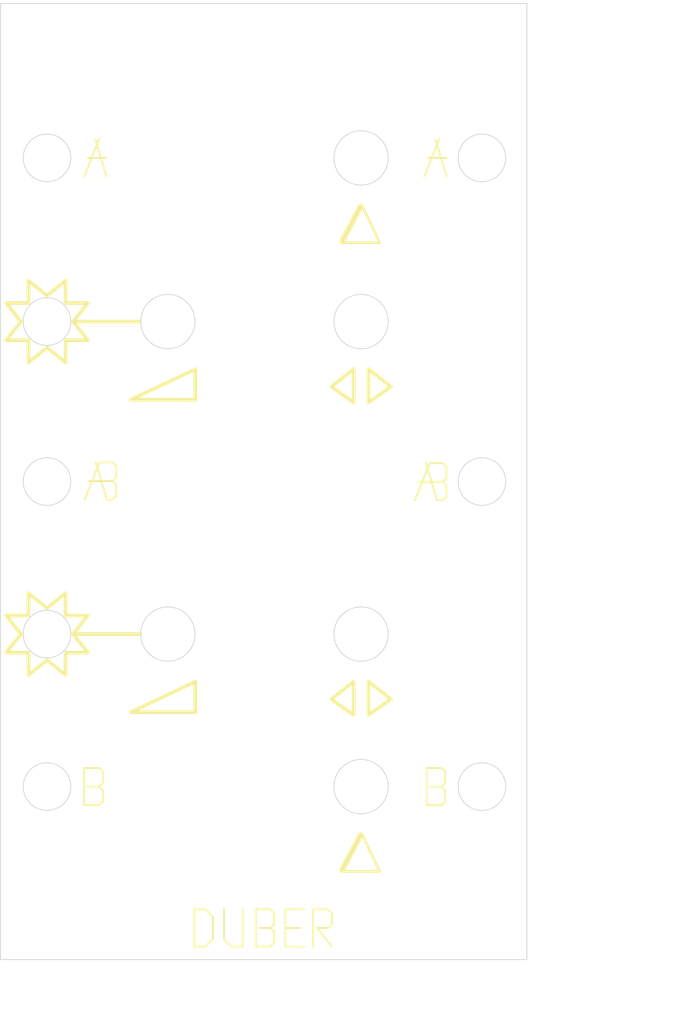
<source format=kicad_pcb>
(kicad_pcb (version 20211014) (generator pcbnew)
  (layers (0 "F.Cu" signal) (31 "B.Cu" signal) (34 "B.Paste" user) (35 "F.Paste" user) (36 "B.SilkS" user "B.Silkscreen") (37 "F.SilkS" user "F.Silkscreen") (38 "B.Mask" user) (39 "F.Mask" user) (44 "Edge.Cuts" user))
  (net 0 "")
  (footprint "diy-nabra:Vol" (layer "F.Cu") (at 22.5 93.5)
    (fp_text reference "REF**" hide)
    (fp_text value "Vol" hide)
    (fp_line (start -4.9 1.75) (end 3.7 1.75) (layer "F.SilkS") (width 0.5))
    (fp_line (start 3.7 1.75) (end 3.7 -2.35) (layer "F.SilkS") (width 0.5))
    (fp_line (start 3.7 -2.35) (end -5 1.75) (layer "F.SilkS") (width 0.5))
  )
  (footprint "diy-nabra:Star" (layer "F.Cu") (at 6.25 42.65)
    (fp_text reference "REF**" hide)
    (fp_text value "Star" hide)
    (fp_line (start 5.5 -2.4) (end 2.5 -2.4) (layer "F.SilkS") (width 0.5))
    (fp_line (start -2.5 2.6) (end -2.5 5.6) (layer "F.SilkS") (width 0.5))
    (fp_line (start -3.5 0.1) (end -5.5 -2.4) (layer "F.SilkS") (width 0.5))
    (fp_line (start 2.5 5.6) (end 2.5 2.6) (layer "F.SilkS") (width 0.5))
    (fp_line (start 2.5 2.6) (end 5.5 2.6) (layer "F.SilkS") (width 0.5))
    (fp_line (start 2.5 -2.4) (end 2.5 -5.4) (layer "F.SilkS") (width 0.5))
    (fp_line (start 3.5 0.1) (end 5.5 2.6) (layer "F.SilkS") (width 0.5))
    (fp_line (start 0 -3.4) (end 2.5 -5.4) (layer "F.SilkS") (width 0.5))
    (fp_line (start 5.5 -2.4) (end 3.5 0.1) (layer "F.SilkS") (width 0.5))
    (fp_line (start -2.5 -5.4) (end -2.5 -2.4) (layer "F.SilkS") (width 0.5))
    (fp_line (start -5.5 2.6) (end -3.5 0.1) (layer "F.SilkS") (width 0.5))
    (fp_line (start 0 3.6) (end -2.5 5.6) (layer "F.SilkS") (width 0.5))
    (fp_line (start 2.5 5.6) (end 0 3.6) (layer "F.SilkS") (width 0.5))
    (fp_line (start -5.5 2.6) (end -2.5 2.6) (layer "F.SilkS") (width 0.5))
    (fp_line (start -2.5 -2.4) (end -5.5 -2.4) (layer "F.SilkS") (width 0.5))
    (fp_line (start -2.5 -5.4) (end 0 -3.4) (layer "F.SilkS") (width 0.5))
  )
  (footprint "diy-nabra:Freq" (layer "F.Cu") (at 48.5 51.5)
    (fp_text reference "REF**" hide)
    (fp_text value "Freq" hide)
    (fp_line (start -1 2.125) (end -4 0.0125) (layer "F.SilkS") (width 0.5))
    (fp_line (start 4 0) (end 1 2.125) (layer "F.SilkS") (width 0.5))
    (fp_line (start -1 -2.375) (end -1 2.125) (layer "F.SilkS") (width 0.5))
    (fp_line (start 1 2.125) (end 1 -2.375) (layer "F.SilkS") (width 0.5))
    (fp_line (start -4 0.0125) (end -1 -2.375) (layer "F.SilkS") (width 0.5))
    (fp_line (start 1 -2.375) (end 4 0) (layer "F.SilkS") (width 0.5))
  )
  (footprint "diy-nabra:AB" (layer "F.Cu") (at 11.25 66.75)
    (fp_text reference "REF**" hide)
    (fp_text value "AB" hide)
    (fp_line (start 4.3125 -2.0625) (end 3.8125 -2.5625) (layer "F.SilkS") (width 0.25))
    (fp_line (start 3.8125 -2.5625) (end 0.5625 -2.5625) (layer "F.SilkS") (width 0.25))
    (fp_line (start 1.5625 -5.0625) (end 3.0625 -0.0625) (layer "F.SilkS") (width 0.25))
    (fp_line (start 3.0625 -0.0625) (end 3.8125 -0.0625) (layer "F.SilkS") (width 0.25))
    (fp_line (start 2.0625 -5.0625) (end 3.8125 -5.0625) (layer "F.SilkS") (width 0.25))
    (fp_line (start 4.3125 -0.5625) (end 4.3125 -2.0625) (layer "F.SilkS") (width 0.25))
    (fp_line (start 4.3125 -4.5625) (end 4.3125 -3.0625) (layer "F.SilkS") (width 0.25))
    (fp_line (start 3.8125 -5.0625) (end 4.3125 -4.5625) (layer "F.SilkS") (width 0.25))
    (fp_line (start 0.0625 -0.0625) (end 2.0625 -5.0625) (layer "F.SilkS") (width 0.25))
    (fp_line (start 4.3125 -3.0625) (end 3.8125 -2.5625) (layer "F.SilkS") (width 0.25))
    (fp_line (start 3.8125 -0.0625) (end 4.3125 -0.5625) (layer "F.SilkS") (width 0.25))
  )
  (footprint "diy-nabra:QRes" (layer "F.Cu") (at 48.45 29.75)
    (fp_text reference "REF**" hide)
    (fp_text value "QRes" hide)
    (fp_line (start 0 -2.5) (end -2.5 2.2) (layer "F.SilkS") (width 0.75))
    (fp_line (start 2.55 2.4) (end 0.2 -2.55) (layer "F.SilkS") (width 0.35))
    (fp_line (start -2.45 2.4) (end 2.55 2.4) (layer "F.SilkS") (width 0.35))
  )
  (footprint "diy-nabra:R" (layer "F.Cu") (at 42.0625 126.75)
    (fp_text reference "REF**" hide)
    (fp_text value "R" hide)
    (fp_line (start 0.5 -2.5) (end 2.5 0) (layer "F.SilkS") (width 0.25))
    (fp_line (start 2.5 -3) (end 2 -2.5) (layer "F.SilkS") (width 0.25))
    (fp_line (start 2.5 -4.5) (end 2.5 -3) (layer "F.SilkS") (width 0.25))
    (fp_line (start 0 -5) (end 2 -5) (layer "F.SilkS") (width 0.25))
    (fp_line (start 2 -5) (end 2.5 -4.5) (layer "F.SilkS") (width 0.25))
    (fp_line (start 2 -2.5) (end 0.5 -2.5) (layer "F.SilkS") (width 0.25))
    (fp_line (start 0 -5) (end 0 0) (layer "F.SilkS") (width 0.25))
  )
  (footprint "diy-nabra:Star" (layer "F.Cu") (at 6.25 84.65)
    (fp_text reference "REF**" hide)
    (fp_text value "Star" hide)
    (fp_line (start 2.5 2.6) (end 5.5 2.6) (layer "F.SilkS") (width 0.5))
    (fp_line (start 3.5 0.1) (end 5.5 2.6) (layer "F.SilkS") (width 0.5))
    (fp_line (start -2.5 -5.4) (end -2.5 -2.4) (layer "F.SilkS") (width 0.5))
    (fp_line (start -3.5 0.1) (end -5.5 -2.4) (layer "F.SilkS") (width 0.5))
    (fp_line (start 0 -3.4) (end 2.5 -5.4) (layer "F.SilkS") (width 0.5))
    (fp_line (start -2.5 -5.4) (end 0 -3.4) (layer "F.SilkS") (width 0.5))
    (fp_line (start 2.5 5.6) (end 2.5 2.6) (layer "F.SilkS") (width 0.5))
    (fp_line (start 5.5 -2.4) (end 2.5 -2.4) (layer "F.SilkS") (width 0.5))
    (fp_line (start 5.5 -2.4) (end 3.5 0.1) (layer "F.SilkS") (width 0.5))
    (fp_line (start 2.5 5.6) (end 0 3.6) (layer "F.SilkS") (width 0.5))
    (fp_line (start -5.5 2.6) (end -3.5 0.1) (layer "F.SilkS") (width 0.5))
    (fp_line (start 2.5 -2.4) (end 2.5 -5.4) (layer "F.SilkS") (width 0.5))
    (fp_line (start -2.5 -2.4) (end -5.5 -2.4) (layer "F.SilkS") (width 0.5))
    (fp_line (start -5.5 2.6) (end -2.5 2.6) (layer "F.SilkS") (width 0.5))
    (fp_line (start 0 3.6) (end -2.5 5.6) (layer "F.SilkS") (width 0.5))
    (fp_line (start -2.5 2.6) (end -2.5 5.6) (layer "F.SilkS") (width 0.5))
  )
  (footprint "MountingHole:MountingHole_3.2mm_M3" (layer "F.Cu") (at 5.08 125.5)
    (fp_text reference "REF**" hide)
    (fp_text value "MountingHole_3.2mm_M3" hide)
    (pad "" np_thru_hole oval locked (at 0 0) (size 7 3.2) (drill oval 7 3.2) (layers F&B.Cu *.Mask))
  )
  (footprint "diy-nabra:B" (layer "F.Cu") (at 57.3125 107.75)
    (fp_text reference "REF**" hide)
    (fp_text value "B" hide)
    (fp_line (start 2 0) (end 2.5 -0.5) (layer "F.SilkS") (width 0.25))
    (fp_line (start 2 -5) (end 2.5 -4.5) (layer "F.SilkS") (width 0.25))
    (fp_line (start 2.5 -4.5) (end 2.5 -3) (layer "F.SilkS") (width 0.25))
    (fp_line (start 0 -5) (end 2 -5) (layer "F.SilkS") (width 0.25))
    (fp_line (start 0 0) (end 2 0) (layer "F.SilkS") (width 0.25))
    (fp_line (start 2.5 -2) (end 2 -2.5) (layer "F.SilkS") (width 0.25))
    (fp_line (start 2.5 -3) (end 2 -2.5) (layer "F.SilkS") (width 0.25))
    (fp_line (start 0 -5) (end 0 0) (layer "F.SilkS") (width 0.25))
    (fp_line (start 2 -2.5) (end 0.5 -2.5) (layer "F.SilkS") (width 0.25))
    (fp_line (start 2.5 -0.5) (end 2.5 -2) (layer "F.SilkS") (width 0.25))
  )
  (footprint "diy-nabra:U" (layer "F.Cu") (at 30.0625 126.75)
    (fp_text reference "REF**" hide)
    (fp_text value "U" hide)
    (fp_line (start 2.5 0) (end 1 0) (layer "F.SilkS") (width 0.25))
    (fp_line (start 1 0) (end 0 -1) (layer "F.SilkS") (width 0.25))
    (fp_line (start 2.5 -5) (end 2.5 0) (layer "F.SilkS") (width 0.25))
    (fp_line (start 0 -5) (end 0 -1) (layer "F.SilkS") (width 0.25))
  )
  (footprint "diy-nabra:E" (layer "F.Cu") (at 38.3125 126.75)
    (fp_text reference "REF**" hide)
    (fp_text value "E" hide)
    (fp_line (start 0 -5) (end 0 0) (layer "F.SilkS") (width 0.25))
    (fp_line (start 2 0) (end 2.5 0) (layer "F.SilkS") (width 0.25))
    (fp_line (start 0 -5) (end 2 -5) (layer "F.SilkS") (width 0.25))
    (fp_line (start 2 -2.5) (end 0 -2.5) (layer "F.SilkS") (width 0.25))
    (fp_line (start 0 0) (end 2 0) (layer "F.SilkS") (width 0.25))
    (fp_line (start 2 -5) (end 2.5 -5) (layer "F.SilkS") (width 0.25))
  )
  (footprint "diy-nabra:Vol" (layer "F.Cu") (at 22.5 51.5)
    (fp_text reference "REF**" hide)
    (fp_text value "Vol" hide)
    (fp_line (start 3.7 1.75) (end 3.7 -2.35) (layer "F.SilkS") (width 0.5))
    (fp_line (start 3.7 -2.35) (end -5 1.75) (layer "F.SilkS") (width 0.5))
    (fp_line (start -4.9 1.75) (end 3.7 1.75) (layer "F.SilkS") (width 0.5))
  )
  (footprint "diy-nabra:Freq" (layer "F.Cu") (at 48.5 93.5)
    (fp_text reference "REF**" hide)
    (fp_text value "Freq" hide)
    (fp_line (start 1 2.125) (end 1 -2.375) (layer "F.SilkS") (width 0.5))
    (fp_line (start 4 0) (end 1 2.125) (layer "F.SilkS") (width 0.5))
    (fp_line (start -4 0.0125) (end -1 -2.375) (layer "F.SilkS") (width 0.5))
    (fp_line (start -1 -2.375) (end -1 2.125) (layer "F.SilkS") (width 0.5))
    (fp_line (start -1 2.125) (end -4 0.0125) (layer "F.SilkS") (width 0.5))
    (fp_line (start 1 -2.375) (end 4 0) (layer "F.SilkS") (width 0.5))
  )
  (footprint "diy-nabra:B" (layer "F.Cu") (at 34.3125 126.75)
    (fp_text reference "REF**" hide)
    (fp_text value "B" hide)
    (fp_line (start 2 -2.5) (end 0.5 -2.5) (layer "F.SilkS") (width 0.25))
    (fp_line (start 0 -5) (end 2 -5) (layer "F.SilkS") (width 0.25))
    (fp_line (start 2 0) (end 2.5 -0.5) (layer "F.SilkS") (width 0.25))
    (fp_line (start 2 -5) (end 2.5 -4.5) (layer "F.SilkS") (width 0.25))
    (fp_line (start 0 -5) (end 0 0) (layer "F.SilkS") (width 0.25))
    (fp_line (start 2.5 -4.5) (end 2.5 -3) (layer "F.SilkS") (width 0.25))
    (fp_line (start 2.5 -0.5) (end 2.5 -2) (layer "F.SilkS") (width 0.25))
    (fp_line (start 2.5 -3) (end 2 -2.5) (layer "F.SilkS") (width 0.25))
    (fp_line (start 2.5 -2) (end 2 -2.5) (layer "F.SilkS") (width 0.25))
    (fp_line (start 0 0) (end 2 0) (layer "F.SilkS") (width 0.25))
  )
  (footprint "diy-nabra:A" (layer "F.Cu") (at 57 23.25)
    (fp_text reference "REF**" hide)
    (fp_text value "A" hide)
    (fp_line (start 0.5 -2.5) (end 3 -2.5) (layer "F.SilkS") (width 0.25))
    (fp_line (start 0 0) (end 2 -5) (layer "F.SilkS") (width 0.25))
    (fp_line (start 1.5 -5) (end 3 0) (layer "F.SilkS") (width 0.25))
  )
  (footprint "MountingHole:MountingHole_3.2mm_M3" (layer "F.Cu") (at 65.72 125.5)
    (fp_text reference "REF**" hide)
    (fp_text value "MountingHole_3.2mm_M3" hide)
    (pad "" np_thru_hole oval locked (at 0 0) (size 7 3.2) (drill oval 7 3.2) (layers F&B.Cu *.Mask))
  )
  (footprint "MountingHole:MountingHole_3.2mm_M3" (layer "F.Cu") (at 65.72 3)
    (fp_text reference "REF**" hide)
    (fp_text value "MountingHole_3.2mm_M3" hide)
    (pad "" np_thru_hole oval locked (at 0 0) (size 7 3.2) (drill oval 7 3.2) (layers F&B.Cu *.Mask))
  )
  (footprint "diy-nabra:AB" (layer "F.Cu") (at 55.6625 66.8375)
    (fp_text reference "REF**" hide)
    (fp_text value "AB" hide)
    (fp_line (start 4.3125 -2.0625) (end 3.8125 -2.5625) (layer "F.SilkS") (width 0.25))
    (fp_line (start 3.8125 -5.0625) (end 4.3125 -4.5625) (layer "F.SilkS") (width 0.25))
    (fp_line (start 4.3125 -0.5625) (end 4.3125 -2.0625) (layer "F.SilkS") (width 0.25))
    (fp_line (start 1.5625 -5.0625) (end 3.0625 -0.0625) (layer "F.SilkS") (width 0.25))
    (fp_line (start 4.3125 -4.5625) (end 4.3125 -3.0625) (layer "F.SilkS") (width 0.25))
    (fp_line (start 0.0625 -0.0625) (end 2.0625 -5.0625) (layer "F.SilkS") (width 0.25))
    (fp_line (start 4.3125 -3.0625) (end 3.8125 -2.5625) (layer "F.SilkS") (width 0.25))
    (fp_line (start 2.0625 -5.0625) (end 3.8125 -5.0625) (layer "F.SilkS") (width 0.25))
    (fp_line (start 3.8125 -0.0625) (end 4.3125 -0.5625) (layer "F.SilkS") (width 0.25))
    (fp_line (start 3.8125 -2.5625) (end 0.5625 -2.5625) (layer "F.SilkS") (width 0.25))
    (fp_line (start 3.0625 -0.0625) (end 3.8125 -0.0625) (layer "F.SilkS") (width 0.25))
  )
  (footprint "diy-nabra:D" (layer "F.Cu") (at 26.0625 126.75)
    (fp_text reference "REF**" hide)
    (fp_text value "D" hide)
    (fp_line (start 1.5 -5) (end 2.5 -4) (layer "F.SilkS") (width 0.25))
    (fp_line (start 0 -5) (end 1.5 -5) (layer "F.SilkS") (width 0.25))
    (fp_line (start 2.5 -4) (end 2.5 -1) (layer "F.SilkS") (width 0.25))
    (fp_line (start 1.5 0) (end 2.5 -1) (layer "F.SilkS") (width 0.25))
    (fp_line (start 0 -5) (end 0 0) (layer "F.SilkS") (width 0.25))
    (fp_line (start 0 0) (end 1.5 0) (layer "F.SilkS") (width 0.25))
  )
  (footprint "diy-nabra:QRes" (layer "F.Cu") (at 48.45 114.25)
    (fp_text reference "REF**" hide)
    (fp_text value "QRes" hide)
    (fp_line (start 2.55 2.4) (end 0.2 -2.55) (layer "F.SilkS") (width 0.35))
    (fp_line (start 0 -2.5) (end -2.5 2.2) (layer "F.SilkS") (width 0.75))
    (fp_line (start -2.45 2.4) (end 2.55 2.4) (layer "F.SilkS") (width 0.35))
  )
  (footprint "MountingHole:MountingHole_3.2mm_M3" (layer "F.Cu") (at 5.08 3)
    (fp_text reference "REF**" hide)
    (fp_text value "MountingHole_3.2mm_M3" hide)
    (pad "" np_thru_hole oval locked (at 0 0) (size 7 3.2) (drill oval 7 3.2) (layers F&B.Cu *.Mask))
  )
  (footprint "diy-nabra:B" (layer "F.Cu") (at 11.25 107.75)
    (fp_text reference "REF**" hide)
    (fp_text value "B" hide)
    (fp_line (start 2.5 -4.5) (end 2.5 -3) (layer "F.SilkS") (width 0.25))
    (fp_line (start 2 0) (end 2.5 -0.5) (layer "F.SilkS") (width 0.25))
    (fp_line (start 2.5 -2) (end 2 -2.5) (layer "F.SilkS") (width 0.25))
    (fp_line (start 2 -5) (end 2.5 -4.5) (layer "F.SilkS") (width 0.25))
    (fp_line (start 0 0) (end 2 0) (layer "F.SilkS") (width 0.25))
    (fp_line (start 0 -5) (end 0 0) (layer "F.SilkS") (width 0.25))
    (fp_line (start 2.5 -3) (end 2 -2.5) (layer "F.SilkS") (width 0.25))
    (fp_line (start 2.5 -0.5) (end 2.5 -2) (layer "F.SilkS") (width 0.25))
    (fp_line (start 0 -5) (end 2 -5) (layer "F.SilkS") (width 0.25))
    (fp_line (start 2 -2.5) (end 0.5 -2.5) (layer "F.SilkS") (width 0.25))
  )
  (footprint "diy-nabra:A" (layer "F.Cu") (at 11.25 23.25)
    (fp_text reference "REF**" hide)
    (fp_text value "A" hide)
    (fp_line (start 0 0) (end 2 -5) (layer "F.SilkS") (width 0.25))
    (fp_line (start 0.5 -2.5) (end 3 -2.5) (layer "F.SilkS") (width 0.25))
    (fp_line (start 1.5 -5) (end 3 0) (layer "F.SilkS") (width 0.25))
  )
  (gr_line (start 10 84.75) (end 18.8 84.75) (layer "F.SilkS") (width 0.5))
  (gr_line (start 9.975 42.75) (end 18.75 42.75) (layer "F.SilkS") (width 0.5))
  (gr_circle (center 48.5 42.75) (end 52.15 42.75) (layer "Edge.Cuts") (width 0.1) (fill none))
  (gr_line (start 70.8 0) (end 70.8 128.5) (layer "Edge.Cuts") (width 0.1))
  (gr_circle (center 64.75 20.75) (end 67.95 20.75) (layer "Edge.Cuts") (width 0.1) (fill none))
  (gr_circle (center 6.25 20.75) (end 9.45 20.75) (layer "Edge.Cuts") (width 0.1) (fill none))
  (gr_circle (center 22.5 42.75) (end 26.15 42.75) (layer "Edge.Cuts") (width 0.1) (fill none))
  (gr_circle (center 48.5 105.25) (end 52.15 105.25) (layer "Edge.Cuts") (width 0.1) (fill none))
  (gr_circle (center 6.25 105.25) (end 9.45 105.25) (layer "Edge.Cuts") (width 0.1) (fill none))
  (gr_circle (center 6.25 64.25) (end 9.45 64.25) (layer "Edge.Cuts") (width 0.1) (fill none))
  (gr_line (start 0 0) (end 70.8 0) (layer "Edge.Cuts") (width 0.1))
  (gr_circle (center 48.5 84.75) (end 52.15 84.75) (layer "Edge.Cuts") (width 0.1) (fill none))
  (gr_circle (center 64.75 64.25) (end 67.95 64.25) (layer "Edge.Cuts") (width 0.1) (fill none))
  (gr_line (start 70.8 128.5) (end 0 128.5) (layer "Edge.Cuts") (width 0.1))
  (gr_circle (center 64.75 105.25) (end 67.95 105.25) (layer "Edge.Cuts") (width 0.1) (fill none))
  (gr_circle (center 6.25 84.75) (end 9.45 84.75) (layer "Edge.Cuts") (width 0.1) (fill none))
  (gr_circle (center 22.5 84.75) (end 26.15 84.75) (layer "Edge.Cuts") (width 0.1) (fill none))
  (gr_circle (center 6.25 42.75) (end 9.45 42.75) (layer "Edge.Cuts") (width 0.1) (fill none))
  (gr_circle (center 48.5 20.75) (end 52.15 20.75) (layer "Edge.Cuts") (width 0.1) (fill none))
  (gr_line (start 0 128.5) (end 0 0) (layer "Edge.Cuts") (width 0.1))
)
</source>
